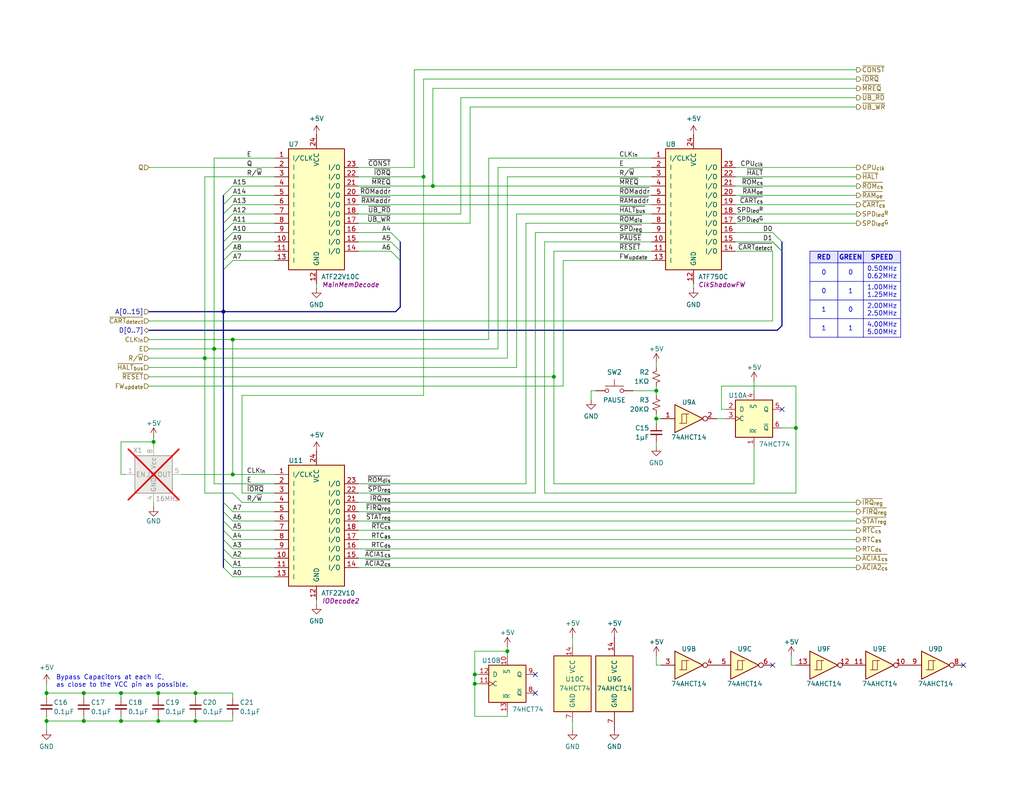
<source format=kicad_sch>
(kicad_sch (version 20250114) (generator "eeschema") (generator_version "9.0")
  (paper "USLetter")
  (title_block (title "Programmable Logic Devices") (date "2025-09-13") (rev "2.0") (company "MicroHobbyist") (comment 1 "Frédéric Segard"))
  (lib_symbols
    (symbol "74xx:74HC14" (pin_names (offset 1.016))
      (property "Reference" "U" (at 0 1.27 0))
      (property "Value" "74HC14" (at 0 -1.27 0))
      (symbol "74HC14_1_0"
        (polyline (pts (xy -3.81 3.81) (xy -3.81 -3.81) (xy 3.81 0) (xy -3.81 3.81)) (stroke (width 0.254)) (fill (type background)))
        (pin input line (at -7.62 0 0) (length 3.81) (name "~") (number "1"))
        (pin output inverted (at 7.62 0 180) (length 3.81) (name "~") (number "2"))
      )
      (symbol "74HC14_1_1"
        (polyline (pts (xy -2.54 -1.27) (xy -0.635 -1.27) (xy -0.635 1.27) (xy 0 1.27)))
        (polyline (pts (xy -1.905 -1.27) (xy -1.905 1.27) (xy -0.635 1.27)))
      )
      (symbol "74HC14_2_0"
        (polyline (pts (xy -3.81 3.81) (xy -3.81 -3.81) (xy 3.81 0) (xy -3.81 3.81)) (stroke (width 0.254)) (fill (type background)))
        (pin input line (at -7.62 0 0) (length 3.81) (name "~") (number "3"))
        (pin output inverted (at 7.62 0 180) (length 3.81) (name "~") (number "4"))
      )
      (symbol "74HC14_2_1"
        (polyline (pts (xy -2.54 -1.27) (xy -0.635 -1.27) (xy -0.635 1.27) (xy 0 1.27)))
        (polyline (pts (xy -1.905 -1.27) (xy -1.905 1.27) (xy -0.635 1.27)))
      )
      (symbol "74HC14_3_0"
        (polyline (pts (xy -3.81 3.81) (xy -3.81 -3.81) (xy 3.81 0) (xy -3.81 3.81)) (stroke (width 0.254)) (fill (type background)))
        (pin input line (at -7.62 0 0) (length 3.81) (name "~") (number "5"))
        (pin output inverted (at 7.62 0 180) (length 3.81) (name "~") (number "6"))
      )
      (symbol "74HC14_3_1"
        (polyline (pts (xy -2.54 -1.27) (xy -0.635 -1.27) (xy -0.635 1.27) (xy 0 1.27)))
        (polyline (pts (xy -1.905 -1.27) (xy -1.905 1.27) (xy -0.635 1.27)))
      )
      (symbol "74HC14_4_0"
        (polyline (pts (xy -3.81 3.81) (xy -3.81 -3.81) (xy 3.81 0) (xy -3.81 3.81)) (stroke (width 0.254)) (fill (type background)))
        (pin input line (at -7.62 0 0) (length 3.81) (name "~") (number "9"))
        (pin output inverted (at 7.62 0 180) (length 3.81) (name "~") (number "8"))
      )
      (symbol "74HC14_4_1"
        (polyline (pts (xy -2.54 -1.27) (xy -0.635 -1.27) (xy -0.635 1.27) (xy 0 1.27)))
        (polyline (pts (xy -1.905 -1.27) (xy -1.905 1.27) (xy -0.635 1.27)))
      )
      (symbol "74HC14_5_0"
        (polyline (pts (xy -3.81 3.81) (xy -3.81 -3.81) (xy 3.81 0) (xy -3.81 3.81)) (stroke (width 0.254)) (fill (type background)))
        (pin input line (at -7.62 0 0) (length 3.81) (name "~") (number "11"))
        (pin output inverted (at 7.62 0 180) (length 3.81) (name "~") (number "10"))
      )
      (symbol "74HC14_5_1"
        (polyline (pts (xy -2.54 -1.27) (xy -0.635 -1.27) (xy -0.635 1.27) (xy 0 1.27)))
        (polyline (pts (xy -1.905 -1.27) (xy -1.905 1.27) (xy -0.635 1.27)))
      )
      (symbol "74HC14_6_0"
        (polyline (pts (xy -3.81 3.81) (xy -3.81 -3.81) (xy 3.81 0) (xy -3.81 3.81)) (stroke (width 0.254)) (fill (type background)))
        (pin input line (at -7.62 0 0) (length 3.81) (name "~") (number "13"))
        (pin output inverted (at 7.62 0 180) (length 3.81) (name "~") (number "12"))
      )
      (symbol "74HC14_6_1"
        (polyline (pts (xy -2.54 -1.27) (xy -0.635 -1.27) (xy -0.635 1.27) (xy 0 1.27)))
        (polyline (pts (xy -1.905 -1.27) (xy -1.905 1.27) (xy -0.635 1.27)))
      )
      (symbol "74HC14_7_0"
        (pin power_in line (at 0 12.7 270) (length 5.08) (name "VCC") (number "14"))
        (pin power_in line (at 0 -12.7 90) (length 5.08) (name "GND") (number "7"))
      )
      (symbol "74HC14_7_1"
        (rectangle (start -5.08 7.62) (end 5.08 -7.62) (stroke (width 0.254)) (fill (type background)))
      )
    )
    (symbol "74xx:74HCT74" (pin_names (offset 1.016))
      (property "Reference" "U" (at -7.62 8.89 0))
      (property "Value" "74HCT74" (at -7.62 -8.89 0))
      (symbol "74HCT74_1_0"
        (pin input line (at -7.62 2.54 0) (length 2.54) (name "D") (number "2"))
        (pin input clock (at -7.62 0 0) (length 2.54) (name "C") (number "3"))
        (pin input line (at 0 7.62 270) (length 2.54) (name "~{S}") (number "4"))
        (pin input line (at 0 -7.62 90) (length 2.54) (name "~{R}") (number "1"))
        (pin output line (at 7.62 2.54 180) (length 2.54) (name "Q") (number "5"))
        (pin output line (at 7.62 -2.54 180) (length 2.54) (name "~{Q}") (number "6"))
      )
      (symbol "74HCT74_1_1"
        (rectangle (start -5.08 5.08) (end 5.08 -5.08) (stroke (width 0.254)) (fill (type background)))
      )
      (symbol "74HCT74_2_0"
        (pin input line (at -7.62 2.54 0) (length 2.54) (name "D") (number "12"))
        (pin input clock (at -7.62 0 0) (length 2.54) (name "C") (number "11"))
        (pin input line (at 0 7.62 270) (length 2.54) (name "~{S}") (number "10"))
        (pin input line (at 0 -7.62 90) (length 2.54) (name "~{R}") (number "13"))
        (pin output line (at 7.62 2.54 180) (length 2.54) (name "Q") (number "9"))
        (pin output line (at 7.62 -2.54 180) (length 2.54) (name "~{Q}") (number "8"))
      )
      (symbol "74HCT74_2_1"
        (rectangle (start -5.08 5.08) (end 5.08 -5.08) (stroke (width 0.254)) (fill (type background)))
      )
      (symbol "74HCT74_3_0"
        (pin power_in line (at 0 10.16 270) (length 2.54) (name "VCC") (number "14"))
        (pin power_in line (at 0 -10.16 90) (length 2.54) (name "GND") (number "7"))
      )
      (symbol "74HCT74_3_1"
        (rectangle (start -5.08 7.62) (end 5.08 -7.62) (stroke (width 0.254)) (fill (type background)))
      )
    )
    (symbol "Device:C_Small" (pin_numbers (hide yes)) (pin_names (offset 0.254) (hide yes))
      (property "Reference" "C" (at 0.254 1.778 0))
      (property "Value" "C_Small" (at 0.254 -2.032 0))
      (symbol "C_Small_0_1"
        (polyline (pts (xy -1.524 0.508) (xy 1.524 0.508)) (stroke (width 0.3048)))
        (polyline (pts (xy -1.524 -0.508) (xy 1.524 -0.508)) (stroke (width 0.3302)))
      )
      (symbol "C_Small_1_1"
        (pin passive line (at 0 2.54 270) (length 2.032) (name "~") (number "1"))
        (pin passive line (at 0 -2.54 90) (length 2.032) (name "~") (number "2"))
      )
    )
    (symbol "Device:R_Small_US" (pin_numbers (hide yes)) (pin_names (offset 0.254) (hide yes))
      (property "Reference" "R" (at 0.762 0.508 0))
      (property "Value" "R_Small_US" (at 0.762 -1.016 0))
      (symbol "R_Small_US_1_1"
        (polyline (pts (xy 0 1.524) (xy 1.016 1.143) (xy 0 0.762) (xy -1.016 0.381) (xy 0 0)))
        (polyline (pts (xy 0 0) (xy 1.016 -0.381) (xy 0 -0.762) (xy -1.016 -1.143) (xy 0 -1.524)))
        (pin passive line (at 0 2.54 270) (length 1.016) (name "~") (number "1"))
        (pin passive line (at 0 -2.54 90) (length 1.016) (name "~") (number "2"))
      )
    )
    (symbol "GND_1" (power) (pin_numbers (hide yes)) (pin_names (offset 0) (hide yes))
      (property "Value" "GND" (at 0 -3.81 0))
      (symbol "GND_1_0_1"
        (polyline (pts (xy 0 0) (xy 0 -1.27) (xy 1.27 -1.27) (xy 0 -2.54) (xy -1.27 -1.27) (xy 0 -1.27)))
      )
      (symbol "GND_1_1_1"
        (pin power_in line (at 0 0 270) (length 0) (name "~") (number "1"))
      )
    )
    (symbol "MicroHobbyist:ATF22V10C" (pin_names (offset 1.016))
      (property "Reference" "U" (at -7.62 1.27 0))
      (property "Value" "ATF22V10C" (at 1.27 -34.925 0))
      (symbol "ATF22V10C_1_1"
        (rectangle (start -7.62 0) (end 7.62 -33.02) (stroke (width 0.254)) (fill (type background)))
        (pin input line (at -11.43 -2.54 0) (length 3.81) (name "I/CLK") (number "1"))
        (pin input line (at -11.43 -5.08 0) (length 3.81) (name "I") (number "2"))
        (pin input line (at -11.43 -7.62 0) (length 3.81) (name "I") (number "3"))
        (pin input line (at -11.43 -10.16 0) (length 3.81) (name "I") (number "4"))
        (pin input line (at -11.43 -12.7 0) (length 3.81) (name "I") (number "5"))
        (pin input line (at -11.43 -15.24 0) (length 3.81) (name "I") (number "6"))
        (pin input line (at -11.43 -17.78 0) (length 3.81) (name "I") (number "7"))
        (pin input line (at -11.43 -20.32 0) (length 3.81) (name "I") (number "8"))
        (pin input line (at -11.43 -22.86 0) (length 3.81) (name "I") (number "9"))
        (pin input line (at -11.43 -25.4 0) (length 3.81) (name "I") (number "10"))
        (pin input line (at -11.43 -27.94 0) (length 3.81) (name "I") (number "11"))
        (pin input line (at -11.43 -30.48 0) (length 3.81) (name "I") (number "13"))
        (pin power_in line (at 0 3.81 270) (length 3.81) (name "VCC") (number "24"))
        (pin power_in line (at 0 -36.83 90) (length 3.81) (name "GND") (number "12"))
        (pin bidirectional line (at 11.43 -5.08 180) (length 3.81) (name "I/O") (number "23"))
        (pin bidirectional line (at 11.43 -7.62 180) (length 3.81) (name "I/O") (number "22"))
        (pin bidirectional line (at 11.43 -10.16 180) (length 3.81) (name "I/O") (number "21"))
        (pin bidirectional line (at 11.43 -12.7 180) (length 3.81) (name "I/O") (number "20"))
        (pin bidirectional line (at 11.43 -15.24 180) (length 3.81) (name "I/O") (number "19"))
        (pin bidirectional line (at 11.43 -17.78 180) (length 3.81) (name "I/O") (number "18"))
        (pin bidirectional line (at 11.43 -20.32 180) (length 3.81) (name "I/O") (number "17"))
        (pin bidirectional line (at 11.43 -22.86 180) (length 3.81) (name "I/O") (number "16"))
        (pin bidirectional line (at 11.43 -25.4 180) (length 3.81) (name "I/O") (number "15"))
        (pin bidirectional line (at 11.43 -27.94 180) (length 3.81) (name "I/O") (number "14"))
      )
    )
    (symbol "MicroHobbyist:ATF750C" (pin_names (offset 1.016))
      (property "Reference" "U" (at -7.62 1.27 0))
      (property "Value" "ATF750C" (at 1.27 -34.925 0))
      (symbol "ATF750C_1_1"
        (rectangle (start -7.62 0) (end 7.62 -33.02) (stroke (width 0.254)) (fill (type background)))
        (pin input line (at -11.43 -2.54 0) (length 3.81) (name "I/CLK") (number "1"))
        (pin input line (at -11.43 -5.08 0) (length 3.81) (name "I") (number "2"))
        (pin input line (at -11.43 -7.62 0) (length 3.81) (name "I") (number "3"))
        (pin input line (at -11.43 -10.16 0) (length 3.81) (name "I") (number "4"))
        (pin input line (at -11.43 -12.7 0) (length 3.81) (name "I") (number "5"))
        (pin input line (at -11.43 -15.24 0) (length 3.81) (name "I") (number "6"))
        (pin input line (at -11.43 -17.78 0) (length 3.81) (name "I") (number "7"))
        (pin input line (at -11.43 -20.32 0) (length 3.81) (name "I") (number "8"))
        (pin input line (at -11.43 -22.86 0) (length 3.81) (name "I") (number "9"))
        (pin input line (at -11.43 -25.4 0) (length 3.81) (name "I") (number "10"))
        (pin input line (at -11.43 -27.94 0) (length 3.81) (name "I") (number "11"))
        (pin input line (at -11.43 -30.48 0) (length 3.81) (name "I") (number "13"))
        (pin power_in line (at 0 3.81 270) (length 3.81) (name "VCC") (number "24"))
        (pin power_in line (at 0 -36.83 90) (length 3.81) (name "GND") (number "12"))
        (pin bidirectional line (at 11.43 -5.08 180) (length 3.81) (name "I/O") (number "23"))
        (pin bidirectional line (at 11.43 -7.62 180) (length 3.81) (name "I/O") (number "22"))
        (pin bidirectional line (at 11.43 -10.16 180) (length 3.81) (name "I/O") (number "21"))
        (pin bidirectional line (at 11.43 -12.7 180) (length 3.81) (name "I/O") (number "20"))
        (pin bidirectional line (at 11.43 -15.24 180) (length 3.81) (name "I/O") (number "19"))
        (pin bidirectional line (at 11.43 -17.78 180) (length 3.81) (name "I/O") (number "18"))
        (pin bidirectional line (at 11.43 -20.32 180) (length 3.81) (name "I/O") (number "17"))
        (pin bidirectional line (at 11.43 -22.86 180) (length 3.81) (name "I/O") (number "16"))
        (pin bidirectional line (at 11.43 -25.4 180) (length 3.81) (name "I/O") (number "15"))
        (pin bidirectional line (at 11.43 -27.94 180) (length 3.81) (name "I/O") (number "14"))
      )
    )
    (symbol "Oscillator:CXO_DIP8" (pin_names (offset 0.254))
      (property "Reference" "Y" (at -5.08 6.35 0))
      (property "Value" "CXO_DIP8" (at 1.27 -6.35 0))
      (symbol "CXO_DIP8_0_1"
        (rectangle (start -5.08 5.08) (end 5.08 -5.08) (stroke (width 0.254)) (fill (type background)))
        (polyline (pts (xy -1.905 -0.635) (xy -1.27 -0.635) (xy -1.27 0.635) (xy -0.635 0.635) (xy -0.635 -0.635) (xy 0 -0.635) (xy 0 0.635) (xy 0.635 0.635) (xy 0.635 -0.635)))
      )
      (symbol "CXO_DIP8_1_1"
        (pin input line (at -7.62 0 0) (length 2.54) (name "EN") (number "1"))
        (pin power_in line (at 0 7.62 270) (length 2.54) (name "Vcc") (number "8"))
        (pin power_in line (at 0 -7.62 90) (length 2.54) (name "GND") (number "4"))
        (pin output line (at 7.62 0 180) (length 2.54) (name "OUT") (number "5"))
      )
    )
    (symbol "Switch:SW_Push" (pin_numbers (hide yes)) (pin_names (offset 1.016) (hide yes))
      (property "Reference" "SW" (at 1.27 2.54 0))
      (property "Value" "SW_Push" (at 0 -1.524 0))
      (symbol "SW_Push_0_1"
        (circle (center -2.032 0) (radius 0.508))
        (polyline (pts (xy 0 1.27) (xy 0 3.048)))
        (circle (center 2.032 0) (radius 0.508))
        (polyline (pts (xy 2.54 1.27) (xy -2.54 1.27)))
        (pin passive line (at -5.08 0 0) (length 2.54) (name "1") (number "1"))
        (pin passive line (at 5.08 0 180) (length 2.54) (name "2") (number "2"))
      )
    )
    (symbol "power:+5V" (power) (pin_numbers (hide yes)) (pin_names (offset 0) (hide yes))
      (property "Value" "+5V" (at 0 3.556 0))
      (symbol "+5V_0_1"
        (polyline (pts (xy -0.762 1.27) (xy 0 2.54)))
        (polyline (pts (xy 0 2.54) (xy 0.762 1.27)))
        (polyline (pts (xy 0 0) (xy 0 2.54)))
      )
      (symbol "+5V_1_1"
        (pin power_in line (at 0 0 90) (length 0) (name "~") (number "1"))
      )
    )
    (symbol "power:GND" (power) (pin_numbers (hide yes)) (pin_names (offset 0) (hide yes))
      (property "Value" "GND" (at 0 -3.81 0))
      (symbol "GND_0_1"
        (polyline (pts (xy 0 0) (xy 0 -1.27) (xy 1.27 -1.27) (xy 0 -2.54) (xy -1.27 -1.27) (xy 0 -1.27)))
      )
      (symbol "GND_1_1"
        (pin power_in line (at 0 0 270) (length 0) (name "~") (number "1"))
      )
    )
  )
  (text "Bypass Capacitors at each IC,\nas close to the VCC pin as possible." (at 15.24 186.055 0) (effects (font (size 1.27 1.27)) (justify left)))
  (junction (at 115.57 48.26))
  (junction (at 217.17 116.84))
  (junction (at 63.5 92.71))
  (junction (at 179.07 106.68))
  (junction (at 118.11 50.8))
  (junction (at 33.02 189.23))
  (junction (at 53.34 196.85))
  (junction (at 138.43 177.8))
  (junction (at 129.54 186.69))
  (junction (at 22.86 196.85))
  (junction (at 179.07 114.3))
  (junction (at 43.18 196.85))
  (junction (at 22.86 189.23))
  (junction (at 53.34 189.23))
  (junction (at 129.54 184.15))
  (junction (at 151.13 102.87))
  (junction (at 33.02 196.85))
  (junction (at 43.18 189.23))
  (junction (at 58.42 95.25))
  (junction (at 41.91 120.65))
  (junction (at 63.5 129.54))
  (junction (at 55.88 97.79))
  (junction (at 12.7 196.85))
  (junction (at 12.7 189.23))
  (junction (at 60.96 85.09))
  (no_connect (at 146.05 184.15))
  (no_connect (at 210.82 181.61))
  (no_connect (at 146.05 189.23))
  (no_connect (at 262.89 181.61))
  (no_connect (at 213.36 111.76))
  (bus_entry (at 60.96 152.4) (size 2.54 2.54))
  (bus_entry (at 60.96 58.42) (size 2.54 -2.54))
  (bus_entry (at 210.82 66.04) (size 2.54 2.54))
  (bus_entry (at 60.96 147.32) (size 2.54 2.54))
  (bus_entry (at 60.96 66.04) (size 2.54 -2.54))
  (bus_entry (at 60.96 139.7) (size 2.54 2.54))
  (bus_entry (at 109.22 71.12) (size -2.54 -2.54))
  (bus_entry (at 60.96 63.5) (size 2.54 -2.54))
  (bus_entry (at 60.96 142.24) (size 2.54 2.54))
  (bus_entry (at 60.96 154.94) (size 2.54 2.54))
  (bus_entry (at 60.96 53.34) (size 2.54 -2.54))
  (bus_entry (at 60.96 149.86) (size 2.54 2.54))
  (bus_entry (at 60.96 73.66) (size 2.54 -2.54))
  (bus_entry (at 109.22 68.58) (size -2.54 -2.54))
  (bus_entry (at 60.96 55.88) (size 2.54 -2.54))
  (bus_entry (at 210.82 63.5) (size 2.54 2.54))
  (bus_entry (at 210.82 66.04) (size 2.54 2.54))
  (bus_entry (at 109.22 66.04) (size -2.54 -2.54))
  (bus_entry (at 60.96 71.12) (size 2.54 -2.54))
  (bus_entry (at 60.96 60.96) (size 2.54 -2.54))
  (bus_entry (at 60.96 144.78) (size 2.54 2.54))
  (bus_entry (at 60.96 68.58) (size 2.54 -2.54))
  (bus_entry (at 60.96 137.16) (size 2.54 2.54))
  (bus (pts (xy 60.96 139.7) (xy 60.96 137.16)))
  (wire (pts (xy 63.5 189.23) (xy 63.5 190.5)))
  (bus (pts (xy 40.64 90.17) (xy 212.09 90.17)))
  (wire (pts (xy 43.18 195.58) (xy 43.18 196.85)))
  (wire (pts (xy 63.5 60.96) (xy 74.93 60.96)))
  (bus (pts (xy 60.96 147.32) (xy 60.96 144.78)))
  (bus (pts (xy 60.96 68.58) (xy 60.96 71.12)))
  (wire (pts (xy 55.88 97.79) (xy 138.43 97.79)))
  (wire (pts (xy 33.02 189.23) (xy 33.02 190.5)))
  (wire (pts (xy 148.59 66.04) (xy 148.59 134.62)))
  (wire (pts (xy 179.07 105.41) (xy 179.07 106.68)))
  (wire (pts (xy 129.54 184.15) (xy 130.81 184.15)))
  (wire (pts (xy 12.7 186.69) (xy 12.7 189.23)))
  (bus (pts (xy 109.22 66.04) (xy 109.22 68.58)))
  (wire (pts (xy 200.66 58.42) (xy 233.68 58.42)))
  (wire (pts (xy 22.86 189.23) (xy 33.02 189.23)))
  (wire (pts (xy 97.79 149.86) (xy 233.68 149.86)))
  (wire (pts (xy 40.64 45.72) (xy 74.93 45.72)))
  (wire (pts (xy 115.57 48.26) (xy 115.57 107.95)))
  (wire (pts (xy 33.02 195.58) (xy 33.02 196.85)))
  (wire (pts (xy 66.04 107.95) (xy 66.04 134.62)))
  (wire (pts (xy 215.9 181.61) (xy 217.17 181.61)))
  (wire (pts (xy 129.54 186.69) (xy 129.54 195.58)))
  (wire (pts (xy 49.53 129.54) (xy 63.5 129.54)))
  (wire (pts (xy 205.74 104.14) (xy 205.74 106.68)))
  (wire (pts (xy 97.79 154.94) (xy 233.68 154.94)))
  (wire (pts (xy 22.86 195.58) (xy 22.86 196.85)))
  (wire (pts (xy 118.11 24.13) (xy 233.68 24.13)))
  (wire (pts (xy 63.5 71.12) (xy 74.93 71.12)))
  (wire (pts (xy 63.5 152.4) (xy 74.93 152.4)))
  (wire (pts (xy 97.79 142.24) (xy 233.68 142.24)))
  (wire (pts (xy 129.54 184.15) (xy 129.54 186.69)))
  (wire (pts (xy 97.79 48.26) (xy 115.57 48.26)))
  (wire (pts (xy 129.54 195.58) (xy 138.43 195.58)))
  (wire (pts (xy 215.9 179.07) (xy 215.9 181.61)))
  (wire (pts (xy 200.66 60.96) (xy 233.68 60.96)))
  (wire (pts (xy 40.64 100.33) (xy 140.97 100.33)))
  (wire (pts (xy 63.5 50.8) (xy 74.93 50.8)))
  (wire (pts (xy 97.79 60.96) (xy 128.27 60.96)))
  (bus (pts (xy 109.22 68.58) (xy 109.22 71.12)))
  (wire (pts (xy 53.34 189.23) (xy 53.34 190.5)))
  (wire (pts (xy 129.54 186.69) (xy 130.81 186.69)))
  (wire (pts (xy 63.5 63.5) (xy 74.93 63.5)))
  (wire (pts (xy 151.13 68.58) (xy 177.8 68.58)))
  (wire (pts (xy 200.66 53.34) (xy 233.68 53.34)))
  (wire (pts (xy 148.59 66.04) (xy 177.8 66.04)))
  (wire (pts (xy 118.11 24.13) (xy 118.11 50.8)))
  (bus (pts (xy 109.22 71.12) (xy 109.22 83.82)))
  (bus (pts (xy 60.96 73.66) (xy 60.96 85.09)))
  (wire (pts (xy 217.17 105.41) (xy 217.17 116.84)))
  (wire (pts (xy 53.34 189.23) (xy 63.5 189.23)))
  (wire (pts (xy 63.5 195.58) (xy 63.5 196.85)))
  (wire (pts (xy 138.43 48.26) (xy 138.43 97.79)))
  (wire (pts (xy 58.42 95.25) (xy 135.89 95.25)))
  (wire (pts (xy 63.5 147.32) (xy 74.93 147.32)))
  (wire (pts (xy 140.97 58.42) (xy 177.8 58.42)))
  (wire (pts (xy 196.85 105.41) (xy 217.17 105.41)))
  (wire (pts (xy 33.02 120.65) (xy 33.02 129.54)))
  (wire (pts (xy 97.79 152.4) (xy 233.68 152.4)))
  (wire (pts (xy 179.07 114.3) (xy 179.07 115.57)))
  (wire (pts (xy 66.04 134.62) (xy 74.93 134.62)))
  (wire (pts (xy 66.04 137.16) (xy 74.93 137.16)))
  (wire (pts (xy 63.5 154.94) (xy 74.93 154.94)))
  (wire (pts (xy 153.67 71.12) (xy 153.67 105.41)))
  (wire (pts (xy 97.79 53.34) (xy 177.8 53.34)))
  (wire (pts (xy 156.21 173.99) (xy 156.21 176.53)))
  (wire (pts (xy 200.66 63.5) (xy 210.82 63.5)))
  (wire (pts (xy 43.18 189.23) (xy 43.18 190.5)))
  (wire (pts (xy 179.07 113.03) (xy 179.07 114.3)))
  (wire (pts (xy 129.54 177.8) (xy 129.54 184.15)))
  (wire (pts (xy 140.97 58.42) (xy 140.97 100.33)))
  (wire (pts (xy 97.79 137.16) (xy 233.68 137.16)))
  (wire (pts (xy 55.88 97.79) (xy 55.88 134.62)))
  (wire (pts (xy 63.5 66.04) (xy 74.93 66.04)))
  (wire (pts (xy 200.66 55.88) (xy 233.68 55.88)))
  (wire (pts (xy 179.07 106.68) (xy 179.07 107.95)))
  (wire (pts (xy 148.59 134.62) (xy 217.17 134.62)))
  (wire (pts (xy 63.5 139.7) (xy 74.93 139.7)))
  (wire (pts (xy 63.5 68.58) (xy 74.93 68.58)))
  (bus (pts (xy 60.96 58.42) (xy 60.96 60.96)))
  (wire (pts (xy 146.05 63.5) (xy 146.05 134.62)))
  (wire (pts (xy 63.5 157.48) (xy 74.93 157.48)))
  (wire (pts (xy 200.66 68.58) (xy 210.82 68.58)))
  (wire (pts (xy 138.43 176.53) (xy 138.43 177.8)))
  (wire (pts (xy 179.07 99.06) (xy 179.07 100.33)))
  (wire (pts (xy 58.42 43.18) (xy 74.93 43.18)))
  (wire (pts (xy 143.51 60.96) (xy 143.51 132.08)))
  (wire (pts (xy 156.21 196.85) (xy 156.21 199.39)))
  (wire (pts (xy 63.5 144.78) (xy 74.93 144.78)))
  (wire (pts (xy 58.42 95.25) (xy 58.42 132.08)))
  (wire (pts (xy 179.07 179.07) (xy 179.07 181.61)))
  (wire (pts (xy 22.86 189.23) (xy 22.86 190.5)))
  (wire (pts (xy 40.64 92.71) (xy 63.5 92.71)))
  (wire (pts (xy 179.07 114.3) (xy 180.34 114.3)))
  (wire (pts (xy 97.79 55.88) (xy 177.8 55.88)))
  (wire (pts (xy 125.73 26.67) (xy 233.68 26.67)))
  (wire (pts (xy 151.13 102.87) (xy 151.13 132.08)))
  (wire (pts (xy 196.85 105.41) (xy 196.85 111.76)))
  (bus (pts (xy 40.64 85.09) (xy 60.96 85.09)))
  (wire (pts (xy 135.89 45.72) (xy 177.8 45.72)))
  (wire (pts (xy 12.7 195.58) (xy 12.7 196.85)))
  (bus (pts (xy 109.22 83.82) (xy 107.95 85.09)))
  (wire (pts (xy 97.79 63.5) (xy 106.68 63.5)))
  (wire (pts (xy 200.66 45.72) (xy 233.68 45.72)))
  (bus (pts (xy 60.96 63.5) (xy 60.96 66.04)))
  (wire (pts (xy 40.64 105.41) (xy 153.67 105.41)))
  (bus (pts (xy 60.96 144.78) (xy 60.96 142.24)))
  (wire (pts (xy 113.03 19.05) (xy 113.03 45.72)))
  (wire (pts (xy 172.72 106.68) (xy 179.07 106.68)))
  (wire (pts (xy 128.27 29.21) (xy 128.27 60.96)))
  (wire (pts (xy 135.89 45.72) (xy 135.89 95.25)))
  (bus (pts (xy 60.96 71.12) (xy 60.96 73.66)))
  (wire (pts (xy 63.5 129.54) (xy 74.93 129.54)))
  (wire (pts (xy 41.91 120.65) (xy 41.91 121.92)))
  (bus (pts (xy 212.09 90.17) (xy 213.36 88.9)))
  (wire (pts (xy 12.7 189.23) (xy 12.7 190.5)))
  (wire (pts (xy 97.79 147.32) (xy 233.68 147.32)))
  (wire (pts (xy 55.88 48.26) (xy 55.88 97.79)))
  (wire (pts (xy 200.66 48.26) (xy 233.68 48.26)))
  (wire (pts (xy 12.7 196.85) (xy 22.86 196.85)))
  (wire (pts (xy 63.5 58.42) (xy 74.93 58.42)))
  (wire (pts (xy 63.5 134.62) (xy 66.04 137.16)))
  (wire (pts (xy 196.85 111.76) (xy 198.12 111.76)))
  (wire (pts (xy 55.88 134.62) (xy 63.5 134.62)))
  (wire (pts (xy 33.02 129.54) (xy 34.29 129.54)))
  (wire (pts (xy 97.79 66.04) (xy 106.68 66.04)))
  (bus (pts (xy 213.36 68.58) (xy 213.36 88.9)))
  (wire (pts (xy 113.03 19.05) (xy 233.68 19.05)))
  (wire (pts (xy 138.43 48.26) (xy 177.8 48.26)))
  (wire (pts (xy 40.64 102.87) (xy 151.13 102.87)))
  (wire (pts (xy 115.57 21.59) (xy 115.57 48.26)))
  (wire (pts (xy 115.57 21.59) (xy 233.68 21.59)))
  (wire (pts (xy 143.51 60.96) (xy 177.8 60.96)))
  (wire (pts (xy 63.5 92.71) (xy 133.35 92.71)))
  (wire (pts (xy 205.74 121.92) (xy 205.74 132.08)))
  (wire (pts (xy 12.7 196.85) (xy 12.7 199.39)))
  (wire (pts (xy 200.66 66.04) (xy 210.82 66.04)))
  (wire (pts (xy 179.07 120.65) (xy 179.07 121.92)))
  (wire (pts (xy 22.86 196.85) (xy 33.02 196.85)))
  (wire (pts (xy 33.02 196.85) (xy 43.18 196.85)))
  (wire (pts (xy 213.36 116.84) (xy 217.17 116.84)))
  (wire (pts (xy 138.43 194.31) (xy 138.43 195.58)))
  (wire (pts (xy 200.66 50.8) (xy 233.68 50.8)))
  (bus (pts (xy 60.96 66.04) (xy 60.96 68.58)))
  (wire (pts (xy 146.05 63.5) (xy 177.8 63.5)))
  (wire (pts (xy 161.29 106.68) (xy 162.56 106.68)))
  (wire (pts (xy 41.91 119.38) (xy 41.91 120.65)))
  (wire (pts (xy 40.64 95.25) (xy 58.42 95.25)))
  (wire (pts (xy 138.43 177.8) (xy 138.43 179.07)))
  (wire (pts (xy 133.35 43.18) (xy 177.8 43.18)))
  (wire (pts (xy 210.82 68.58) (xy 210.82 87.63)))
  (bus (pts (xy 60.96 149.86) (xy 60.96 147.32)))
  (bus (pts (xy 60.96 85.09) (xy 107.95 85.09)))
  (wire (pts (xy 12.7 189.23) (xy 22.86 189.23)))
  (wire (pts (xy 106.68 68.58) (xy 97.79 68.58)))
  (wire (pts (xy 33.02 120.65) (xy 41.91 120.65)))
  (wire (pts (xy 153.67 71.12) (xy 177.8 71.12)))
  (bus (pts (xy 60.96 152.4) (xy 60.96 149.86)))
  (bus (pts (xy 60.96 154.94) (xy 60.96 152.4)))
  (wire (pts (xy 53.34 196.85) (xy 63.5 196.85)))
  (wire (pts (xy 63.5 53.34) (xy 74.93 53.34)))
  (wire (pts (xy 125.73 26.67) (xy 125.73 58.42)))
  (wire (pts (xy 151.13 68.58) (xy 151.13 102.87)))
  (wire (pts (xy 195.58 114.3) (xy 198.12 114.3)))
  (wire (pts (xy 161.29 106.68) (xy 161.29 109.22)))
  (wire (pts (xy 33.02 189.23) (xy 43.18 189.23)))
  (wire (pts (xy 151.13 132.08) (xy 205.74 132.08)))
  (wire (pts (xy 53.34 195.58) (xy 53.34 196.85)))
  (wire (pts (xy 63.5 149.86) (xy 74.93 149.86)))
  (bus (pts (xy 213.36 66.04) (xy 213.36 68.58)))
  (bus (pts (xy 60.96 85.09) (xy 60.96 137.16)))
  (wire (pts (xy 63.5 142.24) (xy 74.93 142.24)))
  (wire (pts (xy 97.79 45.72) (xy 113.03 45.72)))
  (wire (pts (xy 97.79 58.42) (xy 125.73 58.42)))
  (wire (pts (xy 97.79 132.08) (xy 143.51 132.08)))
  (wire (pts (xy 128.27 29.21) (xy 233.68 29.21)))
  (wire (pts (xy 179.07 181.61) (xy 180.34 181.61)))
  (bus (pts (xy 60.96 53.34) (xy 60.96 55.88)))
  (wire (pts (xy 118.11 50.8) (xy 177.8 50.8)))
  (wire (pts (xy 86.36 165.1) (xy 86.36 163.83)))
  (wire (pts (xy 129.54 177.8) (xy 138.43 177.8)))
  (wire (pts (xy 97.79 50.8) (xy 118.11 50.8)))
  (wire (pts (xy 217.17 116.84) (xy 217.17 134.62)))
  (wire (pts (xy 40.64 87.63) (xy 210.82 87.63)))
  (wire (pts (xy 86.36 78.74) (xy 86.36 77.47)))
  (wire (pts (xy 66.04 107.95) (xy 115.57 107.95)))
  (bus (pts (xy 60.96 142.24) (xy 60.96 139.7)))
  (wire (pts (xy 63.5 92.71) (xy 63.5 129.54)))
  (wire (pts (xy 58.42 132.08) (xy 74.93 132.08)))
  (wire (pts (xy 133.35 43.18) (xy 133.35 92.71)))
  (wire (pts (xy 97.79 139.7) (xy 233.68 139.7)))
  (wire (pts (xy 58.42 43.18) (xy 58.42 95.25)))
  (wire (pts (xy 43.18 189.23) (xy 53.34 189.23)))
  (wire (pts (xy 40.64 97.79) (xy 55.88 97.79)))
  (wire (pts (xy 55.88 48.26) (xy 74.93 48.26)))
  (wire (pts (xy 97.79 134.62) (xy 146.05 134.62)))
  (bus (pts (xy 60.96 55.88) (xy 60.96 58.42)))
  (wire (pts (xy 97.79 144.78) (xy 233.68 144.78)))
  (bus (pts (xy 60.96 60.96) (xy 60.96 63.5)))
  (wire (pts (xy 43.18 196.85) (xy 53.34 196.85)))
  (wire (pts (xy 189.23 78.74) (xy 189.23 77.47)))
  (wire (pts (xy 63.5 55.88) (xy 74.93 55.88)))
  (wire (pts (xy 41.91 138.43) (xy 41.91 137.16)))
  (table (column_count 3) (border (external yes) (header yes)) (separators (rows yes) (cols yes)) (column_widths 7.62 6.985 10.16) (row_heights 3.175 5.08 5.08 5.08 5.08) (cells (table_cell "RED" (at 220.98 68.58 0) (size 7.62 3.175) (margins 0.9525 0.9525 0.9525 0.9525) (span 1 1) (fill (type color) (color 0 0 194 0.1))) (table_cell "GREEN" (at 228.6 68.58 0) (size 6.985 3.175) (margins 0.9525 0.9525 0.9525 0.9525) (span 1 1) (fill (type color) (color 0 0 194 0.1))) (table_cell "SPEED" (at 235.585 68.58 0) (size 10.16 3.175) (margins 0.9525 0.9525 0.9525 0.9525) (span 1 1) (fill (type color) (color 0 0 194 0.1))) (table_cell "0" (at 220.98 71.755 0) (size 7.62 5.08) (margins 0.9525 0.9525 0.9525 0.9525) (span 1 1)) (table_cell "0" (at 228.6 71.755 0) (size 6.985 5.08) (margins 0.9525 0.9525 0.9525 0.9525) (span 1 1)) (table_cell "0.50MHz\n0.62MHz" (at 235.585 71.755 0) (size 10.16 5.08) (margins 0.9525 0.9525 0.9525 0.9525) (span 1 1)) (table_cell "0" (at 220.98 76.835 0) (size 7.62 5.08) (margins 0.9525 0.9525 0.9525 0.9525) (span 1 1)) (table_cell "1" (at 228.6 76.835 0) (size 6.985 5.08) (margins 0.9525 0.9525 0.9525 0.9525) (span 1 1)) (table_cell "1.00MHz\n1.25MHz" (at 235.585 76.835 0) (size 10.16 5.08) (margins 0.9525 0.9525 0.9525 0.9525) (span 1 1)) (table_cell "1" (at 220.98 81.915 0) (size 7.62 5.08) (margins 0.9525 0.9525 0.9525 0.9525) (span 1 1)) (table_cell "0" (at 228.6 81.915 0) (size 6.985 5.08) (margins 0.9525 0.9525 0.9525 0.9525) (span 1 1)) (table_cell "2.00MHz\n2.50MHz" (at 235.585 81.915 0) (size 10.16 5.08) (margins 0.9525 0.9525 0.9525 0.9525) (span 1 1)) (table_cell "1" (at 220.98 86.995 0) (size 7.62 5.08) (margins 0.9525 0.9525 0.9525 0.9525) (span 1 1)) (table_cell "1" (at 228.6 86.995 0) (size 6.985 5.08) (margins 0.9525 0.9525 0.9525 0.9525) (span 1 1)) (table_cell "4.00MHz\n5.00MHz" (at 235.585 86.995 0) (size 10.16 5.08) (margins 0.9525 0.9525 0.9525 0.9525) (span 1 1))))
  (label "E" (at 67.31 132.08 0))
  (label "RTC_{ds}" (at 106.68 149.86 180))
  (label "CLK_{in}" (at 67.31 129.54 0))
  (label "~{ROM_{dis}}" (at 168.91 60.96 0))
  (label "A4" (at 63.5 147.32 0))
  (label "~{CART_{cs}}" (at 208.28 55.88 180))
  (label "~{ROMaddr}" (at 168.91 53.34 0))
  (label "A9" (at 63.5 66.04 0))
  (label "~{HALT}" (at 208.28 48.26 180))
  (label "SPD_{led}^{G}" (at 208.28 60.96 180))
  (label "RTC_{as}" (at 106.68 147.32 180))
  (label "A8" (at 63.5 68.58 0))
  (label "~{STAT_{reg}}" (at 106.68 142.24 180))
  (label "~{SPD_{reg}}" (at 106.68 134.62 180))
  (label "~{UB_RD}" (at 106.68 58.42 180))
  (label "CLK_{in}" (at 168.91 43.18 0))
  (label "A2" (at 63.5 152.4 0))
  (label "D0" (at 210.82 63.5 180))
  (label "~{ACIA2_{cs}}" (at 106.68 154.94 180))
  (label "A0" (at 63.5 157.48 0))
  (label "~{ROM_{dis}}" (at 106.68 132.08 180))
  (label "FW_{update}" (at 168.91 71.12 0))
  (label "R{slash}~{W}" (at 67.31 48.26 0))
  (label "~{ROM_{cs}}" (at 208.28 50.8 180))
  (label "A5" (at 106.68 66.04 180))
  (label "~{IRQ_{reg}}" (at 106.68 137.16 180))
  (label "A15" (at 63.5 50.8 0))
  (label "~{MREQ}" (at 106.68 50.8 180))
  (label "~{UB_WR}" (at 106.68 60.96 180))
  (label "A14" (at 63.5 53.34 0))
  (label "~{HALT_{bus}}" (at 168.91 58.42 0))
  (label "Q" (at 67.31 45.72 0))
  (label "A4" (at 106.68 63.5 180))
  (label "~{CONST}" (at 106.68 45.72 180))
  (label "~{RESET}" (at 168.91 68.58 0))
  (label "R{slash}~{W}" (at 67.31 137.16 0))
  (label "~{ROMaddr}" (at 106.68 53.34 180))
  (label "A1" (at 63.5 154.94 0))
  (label "A3" (at 63.5 149.86 0))
  (label "E" (at 168.91 45.72 0))
  (label "~{RTC_{cs}}" (at 106.68 144.78 180))
  (label "~{RAM_{oe}}" (at 208.28 53.34 180))
  (label "A7" (at 63.5 71.12 0))
  (label "A12" (at 63.5 58.42 0))
  (label "A11" (at 63.5 60.96 0))
  (label "~{RAMaddr}" (at 106.68 55.88 180))
  (label "A6" (at 106.68 68.58 180))
  (label "A13" (at 63.5 55.88 0))
  (label "R{slash}~{W}" (at 168.91 48.26 0))
  (label "~{ACIA1_{cs}}" (at 106.68 152.4 180))
  (label "A10" (at 63.5 63.5 0))
  (label "CPU_{clk}" (at 208.28 45.72 180))
  (label "A7" (at 63.5 139.7 0))
  (label "~{CART_{detect}}" (at 210.82 68.58 180))
  (label "~{PAUSE}" (at 168.91 66.04 0))
  (label "~{MREQ}" (at 168.91 50.8 0))
  (label "~{IORQ}" (at 106.68 48.26 180))
  (label "~{IORQ}" (at 67.31 134.62 0))
  (label "~{FIRQ_{reg}}" (at 106.68 139.7 180))
  (label "D1" (at 210.82 66.04 180))
  (label "E" (at 67.31 43.18 0))
  (label "~{RAMaddr}" (at 168.91 55.88 0))
  (label "A6" (at 63.5 142.24 0))
  (label "~{SPD_{reg}}" (at 168.91 63.5 0))
  (label "A5" (at 63.5 144.78 0))
  (label "SPD_{led}^{R}" (at 208.28 58.42 180))
  (hierarchical_label "~{ACIA1_{cs}}" (shape output) (at 233.68 152.4 0))
  (hierarchical_label "~{RTC_{cs}}" (shape output) (at 233.68 144.78 0))
  (hierarchical_label "RTC_{as}" (shape output) (at 233.68 147.32 0))
  (hierarchical_label "A[0..15]" (shape input) (at 40.64 85.09 180))
  (hierarchical_label "~{STAT_{reg}}" (shape output) (at 233.68 142.24 0))
  (hierarchical_label "~{ROM_{cs}}" (shape output) (at 233.68 50.8 0))
  (hierarchical_label "~{HALT}" (shape output) (at 233.68 48.26 0))
  (hierarchical_label "RTC_{ds}" (shape output) (at 233.68 149.86 0))
  (hierarchical_label "~{CART_{cs}}" (shape output) (at 233.68 55.88 0))
  (hierarchical_label "~{RAM_{oe}}" (shape output) (at 233.68 53.34 0))
  (hierarchical_label "~{CONST}" (shape output) (at 233.68 19.05 0))
  (hierarchical_label "~{MREQ}" (shape output) (at 233.68 24.13 0))
  (hierarchical_label "CLK_{in}" (shape input) (at 40.64 92.71 180))
  (hierarchical_label "E" (shape input) (at 40.64 95.25 180))
  (hierarchical_label "CPU_{clk}" (shape output) (at 233.68 45.72 0))
  (hierarchical_label "FW_{update}" (shape input) (at 40.64 105.41 180))
  (hierarchical_label "~{FIRQ_{reg}}" (shape output) (at 233.68 139.7 0))
  (hierarchical_label "SPD_{led}^{G}" (shape output) (at 233.68 60.96 0))
  (hierarchical_label "~{HALT_{bus}}" (shape input) (at 40.64 100.33 180))
  (hierarchical_label "~{IRQ_{reg}}" (shape output) (at 233.68 137.16 0))
  (hierarchical_label "~{UB_WR}" (shape output) (at 233.68 29.21 0))
  (hierarchical_label "SPD_{led}^{R}" (shape output) (at 233.68 58.42 0))
  (hierarchical_label "Q" (shape input) (at 40.64 45.72 180))
  (hierarchical_label "R{slash}~{W}" (shape input) (at 40.64 97.79 180))
  (hierarchical_label "~{CART_{detect}}" (shape input) (at 40.64 87.63 180))
  (hierarchical_label "~{RESET}" (shape input) (at 40.64 102.87 180))
  (hierarchical_label "~{ACIA2_{cs}}" (shape output) (at 233.68 154.94 0))
  (hierarchical_label "~{IORQ}" (shape output) (at 233.68 21.59 0))
  (hierarchical_label "~{UB_RD}" (shape output) (at 233.68 26.67 0))
  (hierarchical_label "D[0..7]" (shape bidirectional) (at 40.64 90.17 180))
  (symbol (lib_id "power:GND") (at 41.91 138.43 0) (unit 1)
    (property "Reference" "#PWR038" (effects (hide yes)))
    (property "Value" "GND" (at 41.91 142.24 0))
    (property "Description" "Power symbol creates a global label with name \"GND\" , ground" (effects (hide yes)))
  )
  (symbol (lib_id "Device:C_Small") (at 43.18 193.04 0) (unit 1)
    (property "Reference" "C19" (at 45.085 191.77 0) (effects (justify left)))
    (property "Value" "0.1µF" (at 45.085 194.31 0) (effects (justify left)))
    (property "Description" "Unpolarized capacitor, small symbol" (effects (hide yes)))
  )
  (symbol (lib_id "power:+5V") (at 167.64 173.99 0) (unit 1)
    (property "Reference" "#PWR042" (effects (hide yes)))
    (property "Value" "+5V" (at 167.64 170.18 0))
    (property "Description" "Power symbol creates a global label with name \"+5V\"" (effects (hide yes)))
  )
  (symbol (lib_id "Device:C_Small") (at 179.07 118.11 0) (mirror y) (unit 1)
    (property "Reference" "C15" (at 177.165 116.84 0) (effects (justify left)))
    (property "Value" "1µF" (at 177.165 119.38 0) (effects (justify left)))
    (property "Description" "Unpolarized capacitor, small symbol" (effects (hide yes)))
  )
  (symbol (lib_id "Device:R_Small_US") (at 179.07 110.49 0) (unit 1)
    (property "Reference" "R3" (at 177.165 109.22 0) (effects (justify right)))
    (property "Value" "20KΩ" (at 177.165 111.76 0) (effects (justify right)))
    (property "Description" "Resistor, small US symbol" (effects (hide yes)))
  )
  (symbol (lib_id "MicroHobbyist:ATF750C") (at 189.23 40.64 0) (unit 1)
    (property "Reference" "U8" (at 181.61 39.37 0) (effects (justify left)))
    (property "Value" "ATF750C" (at 190.5 75.565 0) (effects (justify left)))
    (property "Footprint" "Package_DIP:DIP-24_W7.62mm_Socket" (effects (hide yes)))
    (property "Datasheet" "https://ww1.microchip.com/downloads/en/DeviceDoc/doc0776.pdf" (effects (hide yes)))
    (property "Description" "High-performance EE CPLD, 12 inputs, 10 I/O" (effects (hide yes)))
    (property "File" "ClkShadowFW" (at 190.5 77.724 0) (effects (font (italic yes)) (justify left)))
    (property "Package/Footprint" "PDIP-24" (effects (hide yes)))
    (property "Manufacturer" "TE Connectivity" (effects (hide yes)))
    (property "Manufacturer part#" "1-2199298-8" (effects (hide yes)))
    (property "Type" "Through Hole" (effects (hide yes)))
  )
  (symbol (lib_id "Device:C_Small") (at 53.34 193.04 0) (unit 1)
    (property "Reference" "C20" (at 55.245 191.77 0) (effects (justify left)))
    (property "Value" "0.1µF" (at 55.245 194.31 0) (effects (justify left)))
    (property "Description" "Unpolarized capacitor, small symbol" (effects (hide yes)))
  )
  (symbol (lib_id "Device:C_Small") (at 33.02 193.04 0) (unit 1)
    (property "Reference" "C18" (at 34.925 191.77 0) (effects (justify left)))
    (property "Value" "0.1µF" (at 34.925 194.31 0) (effects (justify left)))
    (property "Description" "Unpolarized capacitor, small symbol" (effects (hide yes)))
  )
  (symbol (lib_id "Device:C_Small") (at 22.86 193.04 0) (unit 1)
    (property "Reference" "C17" (at 24.765 191.77 0) (effects (justify left)))
    (property "Value" "0.1µF" (at 24.765 194.31 0) (effects (justify left)))
    (property "Description" "Unpolarized capacitor, small symbol" (effects (hide yes)))
  )
  (symbol (lib_id "74xx:74HC14") (at 224.79 181.61 0) (unit 6)
    (property "Reference" "U9" (at 224.79 177.165 0))
    (property "Value" "74AHCT14" (at 224.79 186.69 0))
    (property "Datasheet" "http://www.ti.com/lit/gpn/sn74HC14" (effects (hide yes)))
    (property "Description" "Hex inverter schmitt trigger" (effects (hide yes)))
  )
  (symbol (lib_id "power:GND") (at 12.7 199.39 0) (unit 1)
    (property "Reference" "#PWR047" (effects (hide yes)))
    (property "Value" "GND" (at 12.7 203.835 0))
    (property "Description" "Power symbol creates a global label with name \"GND\" , ground" (effects (hide yes)))
  )
  (symbol (lib_id "power:+5V") (at 12.7 186.69 0) (unit 1)
    (property "Reference" "#PWR046" (effects (hide yes)))
    (property "Value" "+5V" (at 12.7 182.245 0))
    (property "Description" "Power symbol creates a global label with name \"+5V\"" (effects (hide yes)))
  )
  (symbol (lib_id "Switch:SW_Push") (at 167.64 106.68 0) (unit 1)
    (property "Reference" "SW2" (at 167.64 101.6 0))
    (property "Value" "PAUSE" (at 167.64 109.22 0))
    (property "Description" "Push button switch, generic, two pins" (effects (hide yes)))
  )
  (symbol (lib_id "power:+5V") (at 138.43 176.53 0) (unit 1)
    (property "Reference" "#PWR043" (effects (hide yes)))
    (property "Value" "+5V" (at 138.43 172.72 0))
    (property "Description" "Power symbol creates a global label with name \"+5V\"" (effects (hide yes)))
  )
  (symbol (lib_id "power:+5V") (at 179.07 99.06 0) (unit 1)
    (property "Reference" "#PWR034" (effects (hide yes)))
    (property "Value" "+5V" (at 179.07 95.25 0))
    (property "Description" "Power symbol creates a global label with name \"+5V\"" (effects (hide yes)))
  )
  (symbol (lib_id "power:GND") (at 179.07 121.92 0) (unit 1)
    (property "Reference" "#PWR039" (effects (hide yes)))
    (property "Value" "GND" (at 179.07 126.365 0))
    (property "Description" "Power symbol creates a global label with name \"GND\" , ground" (effects (hide yes)))
  )
  (symbol (lib_id "power:+5V") (at 86.36 123.19 0) (unit 1)
    (property "Reference" "#PWR050" (effects (hide yes)))
    (property "Value" "+5V" (at 86.36 118.745 0))
    (property "Description" "Power symbol creates a global label with name \"+5V\"" (effects (hide yes)))
  )
  (symbol (lib_id "74xx:74HC14") (at 187.96 181.61 0) (unit 2)
    (property "Reference" "U9" (at 187.96 177.165 0))
    (property "Value" "74AHCT14" (at 187.96 186.69 0))
    (property "Datasheet" "http://www.ti.com/lit/gpn/sn74HC14" (effects (hide yes)))
    (property "Description" "Hex inverter schmitt trigger" (effects (hide yes)))
  )
  (symbol (lib_id "power:GND") (at 167.64 199.39 0) (unit 1)
    (property "Reference" "#PWR049" (effects (hide yes)))
    (property "Value" "GND" (at 167.64 203.835 0))
    (property "Description" "Power symbol creates a global label with name \"GND\" , ground" (effects (hide yes)))
  )
  (symbol (lib_id "Device:C_Small") (at 63.5 193.04 0) (unit 1)
    (property "Reference" "C21" (at 65.405 191.77 0) (effects (justify left)))
    (property "Value" "0.1µF" (at 65.405 194.31 0) (effects (justify left)))
    (property "Description" "Unpolarized capacitor, small symbol" (effects (hide yes)))
  )
  (symbol (lib_id "power:+5V") (at 215.9 179.07 0) (unit 1)
    (property "Reference" "#PWR045" (effects (hide yes)))
    (property "Value" "+5V" (at 215.9 175.26 0))
    (property "Description" "Power symbol creates a global label with name \"+5V\"" (effects (hide yes)))
  )
  (symbol (lib_id "power:+5V") (at 86.36 36.83 0) (unit 1)
    (property "Reference" "#PWR029" (effects (hide yes)))
    (property "Value" "+5V" (at 86.36 32.385 0))
    (property "Description" "Power symbol creates a global label with name \"+5V\"" (effects (hide yes)))
  )
  (symbol (lib_id "power:GND") (at 156.21 199.39 0) (unit 1)
    (property "Reference" "#PWR048" (effects (hide yes)))
    (property "Value" "GND" (at 156.21 203.835 0))
    (property "Description" "Power symbol creates a global label with name \"GND\" , ground" (effects (hide yes)))
  )
  (symbol (lib_id "74xx:74HCT74") (at 138.43 186.69 0) (unit 2)
    (property "Reference" "U10" (at 131.445 180.34 0) (effects (justify left)))
    (property "Value" "74HCT74" (at 139.7 193.675 0) (effects (justify left)))
    (property "Datasheet" "https://assets.nexperia.com/documents/data-sheet/74HC_HCT74.pdf" (effects (hide yes)))
    (property "Description" "Dual D Flip-flop, Set & Reset" (effects (hide yes)))
  )
  (symbol (lib_id "power:+5V") (at 205.74 104.14 0) (unit 1)
    (property "Reference" "#PWR036" (effects (hide yes)))
    (property "Value" "+5V" (at 205.74 100.33 0))
    (property "Description" "Power symbol creates a global label with name \"+5V\"" (effects (hide yes)))
  )
  (symbol (lib_name "GND_1") (lib_id "power:GND") (at 86.36 165.1 0) (unit 1)
    (property "Reference" "#PWR051" (effects (hide yes)))
    (property "Value" "GND" (at 86.36 169.545 0))
    (property "Description" "Power symbol creates a global label with name \"GND\" , ground" (effects (hide yes)))
  )
  (symbol (lib_id "power:+5V") (at 189.23 36.83 0) (unit 1)
    (property "Reference" "#PWR030" (effects (hide yes)))
    (property "Value" "+5V" (at 189.23 32.385 0))
    (property "Description" "Power symbol creates a global label with name \"+5V\"" (effects (hide yes)))
  )
  (symbol (lib_id "power:GND") (at 86.36 78.74 0) (unit 1)
    (property "Reference" "#PWR032" (effects (hide yes)))
    (property "Value" "GND" (at 86.36 83.185 0))
    (property "Description" "Power symbol creates a global label with name \"GND\" , ground" (effects (hide yes)))
  )
  (symbol (lib_id "74xx:74HC14") (at 187.96 114.3 0) (unit 1)
    (property "Reference" "U9" (at 187.96 109.855 0))
    (property "Value" "74AHCT14" (at 187.96 119.38 0))
    (property "Datasheet" "http://www.ti.com/lit/gpn/sn74HC14" (effects (hide yes)))
    (property "Description" "Hex inverter schmitt trigger" (effects (hide yes)))
  )
  (symbol (lib_id "74xx:74HC14") (at 203.2 181.61 0) (unit 3)
    (property "Reference" "U9" (at 203.2 177.165 0))
    (property "Value" "74AHCT14" (at 203.2 186.69 0))
    (property "Datasheet" "http://www.ti.com/lit/gpn/sn74HC14" (effects (hide yes)))
    (property "Description" "Hex inverter schmitt trigger" (effects (hide yes)))
  )
  (symbol (lib_id "MicroHobbyist:ATF22V10C") (at 86.36 127 0) (unit 1)
    (property "Reference" "U11" (at 78.74 125.73 0) (effects (justify left)))
    (property "Value" "ATF22V10" (at 87.63 161.925 0) (effects (justify left)))
    (property "Footprint" "Package_DIP:DIP-24_W7.62mm_Socket" (effects (hide yes)))
    (property "Datasheet" "http://ww1.microchip.com/downloads/en/DeviceDoc/doc0735.pdf" (effects (hide yes)))
    (property "Description" "High-performance EE SPLD, 12 inputs, 10 I/O" (effects (hide yes)))
    (property "File" "IODecode2" (at 87.884 164.084 0) (effects (font (italic yes)) (justify left)))
  )
  (symbol (lib_id "MicroHobbyist:ATF22V10C") (at 86.36 40.64 0) (unit 1)
    (property "Reference" "U7" (at 78.74 39.37 0) (effects (justify left)))
    (property "Value" "ATF22V10C" (at 87.63 75.565 0) (effects (justify left)))
    (property "Footprint" "Package_DIP:DIP-24_W7.62mm_Socket" (effects (hide yes)))
    (property "Datasheet" "http://ww1.microchip.com/downloads/en/DeviceDoc/doc0735.pdf" (effects (hide yes)))
    (property "Description" "High-performance EE SPLD, 12 inputs, 10 I/O" (effects (hide yes)))
    (property "File" "MainMemDecode" (at 87.884 77.724 0) (effects (font (italic yes)) (justify left)))
  )
  (symbol (lib_id "Device:C_Small") (at 12.7 193.04 0) (unit 1)
    (property "Reference" "C16" (at 14.605 191.77 0) (effects (justify left)))
    (property "Value" "0.1µF" (at 14.605 194.31 0) (effects (justify left)))
    (property "Description" "Unpolarized capacitor, small symbol" (effects (hide yes)))
  )
  (symbol (lib_id "74xx:74HCT74") (at 205.74 114.3 0) (unit 1)
    (property "Reference" "U10" (at 198.755 107.95 0) (effects (justify left)))
    (property "Value" "74HCT74" (at 207.01 121.285 0) (effects (justify left)))
    (property "Datasheet" "https://assets.nexperia.com/documents/data-sheet/74HC_HCT74.pdf" (effects (hide yes)))
    (property "Description" "Dual D Flip-flop, Set & Reset" (effects (hide yes)))
  )
  (symbol (lib_id "Oscillator:CXO_DIP8") (at 41.91 129.54 0) (unit 1) (dnp yes)
    (property "Reference" "X1" (at 37.592 122.936 0))
    (property "Value" "16MHz" (at 42.418 136.144 0) (effects (justify left)))
    (property "Footprint" "Oscillator:Oscillator_DIP-8" (effects (hide yes)))
    (property "Datasheet" "http://cdn-reichelt.de/documents/datenblatt/B400/OSZI.pdf" (effects (hide yes)))
    (property "Description" "Crystal Clock Oscillator, DIP8-style metal package" (effects (hide yes)))
  )
  (symbol (lib_id "power:GND") (at 189.23 78.74 0) (unit 1)
    (property "Reference" "#PWR033" (effects (hide yes)))
    (property "Value" "GND" (at 189.23 83.185 0))
    (property "Description" "Power symbol creates a global label with name \"GND\" , ground" (effects (hide yes)))
  )
  (symbol (lib_id "74xx:74HC14") (at 167.64 186.69 0) (unit 7)
    (property "Reference" "U9" (at 167.64 185.42 0))
    (property "Value" "74AHCT14" (at 167.64 187.96 0))
    (property "Datasheet" "http://www.ti.com/lit/gpn/sn74HC14" (effects (hide yes)))
    (property "Description" "Hex inverter schmitt trigger" (effects (hide yes)))
  )
  (symbol (lib_id "Device:R_Small_US") (at 179.07 102.87 0) (mirror y) (unit 1)
    (property "Reference" "R2" (at 177.165 101.6 0) (effects (justify left)))
    (property "Value" "1KΩ" (at 177.165 104.14 0) (effects (justify left)))
    (property "Description" "Resistor, small US symbol" (effects (hide yes)))
  )
  (symbol (lib_id "74xx:74HCT74") (at 156.21 186.69 0) (unit 3)
    (property "Reference" "U10" (at 156.845 185.42 0))
    (property "Value" "74HCT74" (at 156.845 187.96 0))
    (property "Datasheet" "https://assets.nexperia.com/documents/data-sheet/74HC_HCT74.pdf" (effects (hide yes)))
    (property "Description" "Dual D Flip-flop, Set & Reset" (effects (hide yes)))
  )
  (symbol (lib_id "power:GND") (at 161.29 109.22 0) (unit 1)
    (property "Reference" "#PWR037" (effects (hide yes)))
    (property "Value" "GND" (at 161.29 113.665 0))
    (property "Description" "Power symbol creates a global label with name \"GND\" , ground" (effects (hide yes)))
  )
  (symbol (lib_id "74xx:74HC14") (at 240.03 181.61 0) (unit 5)
    (property "Reference" "U9" (at 240.03 177.165 0))
    (property "Value" "74AHCT14" (at 240.03 186.69 0))
    (property "Datasheet" "http://www.ti.com/lit/gpn/sn74HC14" (effects (hide yes)))
    (property "Description" "Hex inverter schmitt trigger" (effects (hide yes)))
  )
  (symbol (lib_id "power:+5V") (at 156.21 173.99 0) (unit 1)
    (property "Reference" "#PWR041" (effects (hide yes)))
    (property "Value" "+5V" (at 156.21 170.18 0))
    (property "Description" "Power symbol creates a global label with name \"+5V\"" (effects (hide yes)))
  )
  (symbol (lib_id "power:+5V") (at 179.07 179.07 0) (unit 1)
    (property "Reference" "#PWR044" (effects (hide yes)))
    (property "Value" "+5V" (at 179.07 175.26 0))
    (property "Description" "Power symbol creates a global label with name \"+5V\"" (effects (hide yes)))
  )
  (symbol (lib_id "power:+5V") (at 41.91 119.38 0) (unit 1)
    (property "Reference" "#PWR035" (effects (hide yes)))
    (property "Value" "+5V" (at 41.91 115.57 0))
    (property "Description" "Power symbol creates a global label with name \"+5V\"" (effects (hide yes)))
  )
  (symbol (lib_id "74xx:74HC14") (at 255.27 181.61 0) (unit 4)
    (property "Reference" "U9" (at 255.27 177.165 0))
    (property "Value" "74AHCT14" (at 255.27 186.69 0))
    (property "Datasheet" "http://www.ti.com/lit/gpn/sn74HC14" (effects (hide yes)))
    (property "Description" "Hex inverter schmitt trigger" (effects (hide yes)))
  )
)
</source>
